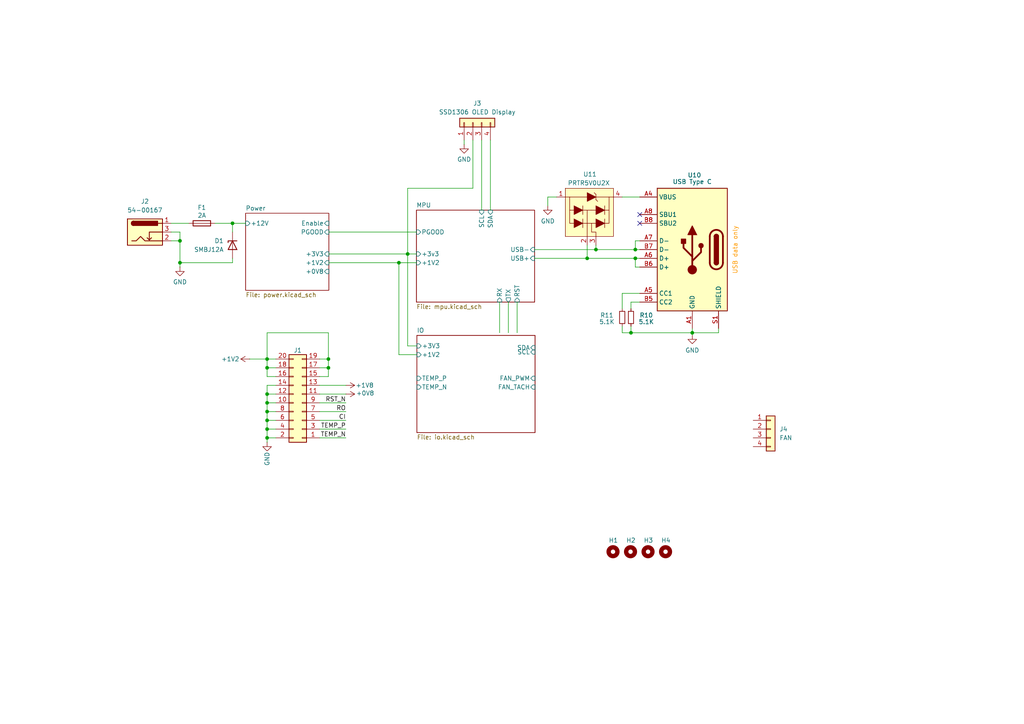
<source format=kicad_sch>
(kicad_sch (version 20231120) (generator "eeschema") (generator_version "8.0")
  (paper "A4")
  (title_block (title "Blockchain Guard") (date "2025-01-03") (rev "1.0.0") (company "Blockchain Guards UG"))
  (lib_symbols
    (symbol "Connector:Barrel_Jack_Switch" (pin_names hide)
      (property "Reference" "J" (at 0 5.334 0))
      (property "Value" "Barrel_Jack_Switch" (at 0 -5.08 0))
      (symbol "Barrel_Jack_Switch_0_1"
        (rectangle (start -5.08 3.81) (end 5.08 -3.81) (stroke (width 0.254)) (fill (type background)))
        (arc (start -3.302 3.175) (mid -3.9343 2.54) (end -3.302 1.905) (stroke (width 0.254)))
        (arc (start -3.302 3.175) (mid -3.9343 2.54) (end -3.302 1.905) (stroke (width 0.254)) (fill (type outline)))
        (polyline (pts (xy 1.27 -2.286) (xy 1.905 -1.651)) (stroke (width 0.254)))
        (polyline (pts (xy 5.08 2.54) (xy 3.81 2.54)) (stroke (width 0.254)))
        (polyline (pts (xy 5.08 0) (xy 1.27 0) (xy 1.27 -2.286) (xy 0.635 -1.651)) (stroke (width 0.254)))
        (polyline (pts (xy -3.81 -2.54) (xy -2.54 -2.54) (xy -1.27 -1.27) (xy 0 -2.54) (xy 2.54 -2.54) (xy 5.08 -2.54)) (stroke (width 0.254)))
        (rectangle (start 3.683 3.175) (end -3.302 1.905) (stroke (width 0.254)) (fill (type outline)))
      )
      (symbol "Barrel_Jack_Switch_1_1"
        (pin power_out line (at 7.62 2.54 180) (length 2.54) (name "~") (number "1"))
        (pin power_out line (at 7.62 -2.54 180) (length 2.54) (name "~") (number "2"))
        (pin passive line (at 7.62 0 180) (length 2.54) (name "~") (number "3"))
      )
    )
    (symbol "Connector_BK:USB_Type_C_USB2.0_Only"
      (property "Reference" "U" (at 0 20.955 0))
      (symbol "USB_Type_C_USB2.0_Only_0_1"
        (rectangle (start -10.16 17.78) (end 10.16 -17.78) (stroke (width 0.254)) (fill (type background)))
        (arc (start -8.89 -3.81) (mid -6.985 -5.7067) (end -5.08 -3.81) (stroke (width 0.508)))
        (arc (start -7.62 -3.81) (mid -6.985 -4.4423) (end -6.35 -3.81) (stroke (width 0.254)))
        (arc (start -7.62 -3.81) (mid -6.985 -4.4423) (end -6.35 -3.81) (stroke (width 0.254)) (fill (type outline)))
        (rectangle (start -7.62 -3.81) (end -6.35 3.81) (stroke (width 0.254)) (fill (type outline)))
        (arc (start -6.35 3.81) (mid -6.985 4.4423) (end -7.62 3.81) (stroke (width 0.254)))
        (arc (start -6.35 3.81) (mid -6.985 4.4423) (end -7.62 3.81) (stroke (width 0.254)) (fill (type outline)))
        (arc (start -5.08 3.81) (mid -6.985 5.7067) (end -8.89 3.81) (stroke (width 0.508)))
        (circle (center -2.54 1.143) (radius 0.635) (stroke (width 0.254)) (fill (type outline)))
        (circle (center 0 -5.842) (radius 1.27) (fill (type outline)))
        (polyline (pts (xy -8.89 -3.81) (xy -8.89 3.81)) (stroke (width 0.508)))
        (polyline (pts (xy -5.08 3.81) (xy -5.08 -3.81)) (stroke (width 0.508)))
        (polyline (pts (xy 0 -5.842) (xy 0 4.318)) (stroke (width 0.508)))
        (polyline (pts (xy 0 -3.302) (xy -2.54 -0.762) (xy -2.54 0.508)) (stroke (width 0.508)))
        (polyline (pts (xy 0 -2.032) (xy 2.54 0.508) (xy 2.54 1.778)) (stroke (width 0.508)))
        (polyline (pts (xy -1.27 4.318) (xy 0 6.858) (xy 1.27 4.318) (xy -1.27 4.318)) (stroke (width 0.254)) (fill (type outline)))
        (rectangle (start 1.905 1.778) (end 3.175 3.048) (stroke (width 0.254)) (fill (type outline)))
      )
      (symbol "USB_Type_C_USB2.0_Only_1_1"
        (pin passive line (at 0 -22.86 90) (length 5.08) (name "GND") (number "A1"))
        (pin passive line (at 0 -22.86 90) (length 5.08) hide (name "GND") (number "A12"))
        (pin passive line (at 15.24 15.24 180) (length 5.08) (name "VBUS") (number "A4"))
        (pin bidirectional line (at 15.24 -12.7 180) (length 5.08) (name "CC1") (number "A5"))
        (pin bidirectional line (at 15.24 -2.54 180) (length 5.08) (name "D+") (number "A6"))
        (pin bidirectional line (at 15.24 2.54 180) (length 5.08) (name "D-") (number "A7"))
        (pin bidirectional line (at 15.24 10.16 180) (length 5.08) (name "SBU1") (number "A8"))
        (pin passive line (at 15.24 15.24 180) (length 5.08) hide (name "VBUS") (number "A9"))
        (pin passive line (at 0 -22.86 90) (length 5.08) hide (name "GND") (number "B1"))
        (pin passive line (at 0 -22.86 90) (length 5.08) hide (name "GND") (number "B12"))
        (pin passive line (at 15.24 15.24 180) (length 5.08) hide (name "VBUS") (number "B4"))
        (pin bidirectional line (at 15.24 -15.24 180) (length 5.08) (name "CC2") (number "B5"))
        (pin bidirectional line (at 15.24 -5.08 180) (length 5.08) (name "D+") (number "B6"))
        (pin bidirectional line (at 15.24 0 180) (length 5.08) (name "D-") (number "B7"))
        (pin bidirectional line (at 15.24 7.62 180) (length 5.08) (name "SBU2") (number "B8"))
        (pin passive line (at 15.24 15.24 180) (length 5.08) hide (name "VBUS") (number "B9"))
        (pin passive line (at -7.62 -22.86 90) (length 5.08) (name "SHIELD") (number "S1"))
      )
    )
    (symbol "Connector_Generic:Conn_01x04" (pin_names (offset 1.016) hide)
      (property "Reference" "J" (at 0 5.08 0))
      (property "Value" "Conn_01x04" (at 0 -7.62 0))
      (symbol "Conn_01x04_1_1"
        (rectangle (start -1.27 -4.953) (end 0 -5.207) (stroke (width 0.1524)))
        (rectangle (start -1.27 -2.413) (end 0 -2.667) (stroke (width 0.1524)))
        (rectangle (start -1.27 0.127) (end 0 -0.127) (stroke (width 0.1524)))
        (rectangle (start -1.27 2.667) (end 0 2.413) (stroke (width 0.1524)))
        (rectangle (start -1.27 3.81) (end 1.27 -6.35) (stroke (width 0.254)) (fill (type background)))
        (pin passive line (at -5.08 2.54 0) (length 3.81) (name "Pin_1") (number "1"))
        (pin passive line (at -5.08 0 0) (length 3.81) (name "Pin_2") (number "2"))
        (pin passive line (at -5.08 -2.54 0) (length 3.81) (name "Pin_3") (number "3"))
        (pin passive line (at -5.08 -5.08 0) (length 3.81) (name "Pin_4") (number "4"))
      )
    )
    (symbol "Connector_Generic:Conn_02x10_Odd_Even" (pin_names (offset 1.016) hide)
      (property "Reference" "J" (at 1.27 12.7 0))
      (property "Value" "Conn_02x10_Odd_Even" (at 1.27 -15.24 0))
      (symbol "Conn_02x10_Odd_Even_1_1"
        (rectangle (start -1.27 -12.573) (end 0 -12.827) (stroke (width 0.1524)))
        (rectangle (start -1.27 -10.033) (end 0 -10.287) (stroke (width 0.1524)))
        (rectangle (start -1.27 -7.493) (end 0 -7.747) (stroke (width 0.1524)))
        (rectangle (start -1.27 -4.953) (end 0 -5.207) (stroke (width 0.1524)))
        (rectangle (start -1.27 -2.413) (end 0 -2.667) (stroke (width 0.1524)))
        (rectangle (start -1.27 0.127) (end 0 -0.127) (stroke (width 0.1524)))
        (rectangle (start -1.27 2.667) (end 0 2.413) (stroke (width 0.1524)))
        (rectangle (start -1.27 5.207) (end 0 4.953) (stroke (width 0.1524)))
        (rectangle (start -1.27 7.747) (end 0 7.493) (stroke (width 0.1524)))
        (rectangle (start -1.27 10.287) (end 0 10.033) (stroke (width 0.1524)))
        (rectangle (start -1.27 11.43) (end 3.81 -13.97) (stroke (width 0.254)) (fill (type background)))
        (rectangle (start 3.81 -12.573) (end 2.54 -12.827) (stroke (width 0.1524)))
        (rectangle (start 3.81 -10.033) (end 2.54 -10.287) (stroke (width 0.1524)))
        (rectangle (start 3.81 -7.493) (end 2.54 -7.747) (stroke (width 0.1524)))
        (rectangle (start 3.81 -4.953) (end 2.54 -5.207) (stroke (width 0.1524)))
        (rectangle (start 3.81 -2.413) (end 2.54 -2.667) (stroke (width 0.1524)))
        (rectangle (start 3.81 0.127) (end 2.54 -0.127) (stroke (width 0.1524)))
        (rectangle (start 3.81 2.667) (end 2.54 2.413) (stroke (width 0.1524)))
        (rectangle (start 3.81 5.207) (end 2.54 4.953) (stroke (width 0.1524)))
        (rectangle (start 3.81 7.747) (end 2.54 7.493) (stroke (width 0.1524)))
        (rectangle (start 3.81 10.287) (end 2.54 10.033) (stroke (width 0.1524)))
        (pin passive line (at -5.08 10.16 0) (length 3.81) (name "Pin_1") (number "1"))
        (pin passive line (at 7.62 0 180) (length 3.81) (name "Pin_10") (number "10"))
        (pin passive line (at -5.08 -2.54 0) (length 3.81) (name "Pin_11") (number "11"))
        (pin passive line (at 7.62 -2.54 180) (length 3.81) (name "Pin_12") (number "12"))
        (pin passive line (at -5.08 -5.08 0) (length 3.81) (name "Pin_13") (number "13"))
        (pin passive line (at 7.62 -5.08 180) (length 3.81) (name "Pin_14") (number "14"))
        (pin passive line (at -5.08 -7.62 0) (length 3.81) (name "Pin_15") (number "15"))
        (pin passive line (at 7.62 -7.62 180) (length 3.81) (name "Pin_16") (number "16"))
        (pin passive line (at -5.08 -10.16 0) (length 3.81) (name "Pin_17") (number "17"))
        (pin passive line (at 7.62 -10.16 180) (length 3.81) (name "Pin_18") (number "18"))
        (pin passive line (at -5.08 -12.7 0) (length 3.81) (name "Pin_19") (number "19"))
        (pin passive line (at 7.62 10.16 180) (length 3.81) (name "Pin_2") (number "2"))
        (pin passive line (at 7.62 -12.7 180) (length 3.81) (name "Pin_20") (number "20"))
        (pin passive line (at -5.08 7.62 0) (length 3.81) (name "Pin_3") (number "3"))
        (pin passive line (at 7.62 7.62 180) (length 3.81) (name "Pin_4") (number "4"))
        (pin passive line (at -5.08 5.08 0) (length 3.81) (name "Pin_5") (number "5"))
        (pin passive line (at 7.62 5.08 180) (length 3.81) (name "Pin_6") (number "6"))
        (pin passive line (at -5.08 2.54 0) (length 3.81) (name "Pin_7") (number "7"))
        (pin passive line (at 7.62 2.54 180) (length 3.81) (name "Pin_8") (number "8"))
        (pin passive line (at -5.08 0 0) (length 3.81) (name "Pin_9") (number "9"))
      )
    )
    (symbol "Device:Fuse" (pin_numbers hide) (pin_names (offset 0))
      (property "Reference" "F" (at 2.032 0 90))
      (property "Value" "Fuse" (at -1.905 0 90))
      (symbol "Fuse_0_1"
        (rectangle (start -0.762 -2.54) (end 0.762 2.54) (stroke (width 0.254)))
        (polyline (pts (xy 0 2.54) (xy 0 -2.54)))
      )
      (symbol "Fuse_1_1"
        (pin passive line (at 0 3.81 270) (length 1.27) (name "~") (number "1"))
        (pin passive line (at 0 -3.81 90) (length 1.27) (name "~") (number "2"))
      )
    )
    (symbol "Device:R_Small" (pin_numbers hide) (pin_names (offset 0.254) hide)
      (property "Reference" "R" (at 0.762 0.508 0))
      (property "Value" "R_Small" (at 0.762 -1.016 0))
      (symbol "R_Small_0_1"
        (rectangle (start -0.762 1.778) (end 0.762 -1.778) (stroke (width 0.2032)))
      )
      (symbol "R_Small_1_1"
        (pin passive line (at 0 2.54 270) (length 0.762) (name "~") (number "1"))
        (pin passive line (at 0 -2.54 90) (length 0.762) (name "~") (number "2"))
      )
    )
    (symbol "Diode:ESD5Zxx" (pin_numbers hide) (pin_names hide)
      (property "Reference" "D" (at 0 2.54 0))
      (property "Value" "ESD5Zxx" (at 0 -2.54 0))
      (symbol "ESD5Zxx_0_1"
        (polyline (pts (xy 1.27 0) (xy -1.27 0)))
        (polyline (pts (xy -1.27 -1.27) (xy -1.27 1.27) (xy -0.762 1.27)) (stroke (width 0.254)))
        (polyline (pts (xy 1.27 -1.27) (xy 1.27 1.27) (xy -1.27 0) (xy 1.27 -1.27)) (stroke (width 0.254)))
      )
      (symbol "ESD5Zxx_1_1"
        (pin passive line (at -3.81 0 0) (length 2.54) (name "K") (number "1"))
        (pin passive line (at 3.81 0 180) (length 2.54) (name "A") (number "2"))
      )
    )
    (symbol "ESD_BK:PRTR5V0U2X"
      (property "Reference" "U" (at 3.81 11.43 0))
      (property "Value" "PRTR5V0U2X" (at 5.08 8.89 0))
      (symbol "PRTR5V0U2X_0_1"
        (rectangle (start -7.62 6.35) (end 6.35 -7.62) (fill (type background)))
        (polyline (pts (xy -5.842 1.27) (xy -6.35 0.762)))
        (polyline (pts (xy -5.842 1.27) (xy -4.318 1.27)))
        (polyline (pts (xy -5.08 -1.27) (xy -5.08 -7.62)))
        (polyline (pts (xy -5.08 1.27) (xy -5.08 5.08)))
        (polyline (pts (xy -2.54 -2.54) (xy 0 -2.54)))
        (polyline (pts (xy -2.54 3.81) (xy 0 3.81)))
        (polyline (pts (xy -1.27 0) (xy -1.27 1.27)))
        (polyline (pts (xy -1.27 3.81) (xy -1.27 5.08)))
        (polyline (pts (xy 1.27 -2.54) (xy 3.81 -2.54)))
        (polyline (pts (xy 1.27 3.81) (xy 3.81 3.81)))
        (polyline (pts (xy 2.54 0) (xy 2.54 -2.54)))
        (polyline (pts (xy 2.54 0) (xy 2.54 1.27)))
        (polyline (pts (xy -4.318 1.27) (xy -3.81 1.778) (xy -4.318 1.27)))
        (polyline (pts (xy 2.54 -5.08) (xy 2.54 -6.35) (xy -1.27 -6.35)))
        (polyline (pts (xy -6.35 -1.27) (xy -5.08 1.27) (xy -3.81 -1.27) (xy -6.35 -1.27)) (fill (type outline)))
        (polyline (pts (xy -2.54 -5.08) (xy -1.27 -2.54) (xy 0 -5.08) (xy -2.54 -5.08)) (fill (type outline)))
        (polyline (pts (xy -2.54 1.27) (xy -1.27 3.81) (xy 0 1.27) (xy -2.54 1.27)) (fill (type outline)))
        (polyline (pts (xy -1.27 -5.08) (xy -1.27 -6.35) (xy -5.08 -6.35) (xy -1.27 -6.35)))
        (polyline (pts (xy 1.27 -5.08) (xy 2.54 -2.54) (xy 3.81 -5.08) (xy 1.27 -5.08)) (fill (type outline)))
        (polyline (pts (xy 1.27 1.27) (xy 2.54 3.81) (xy 3.81 1.27) (xy 1.27 1.27)) (fill (type outline)))
        (polyline (pts (xy 2.54 0) (xy 5.08 0) (xy 5.08 1.27) (xy 6.35 1.27)))
        (polyline (pts (xy 2.54 3.81) (xy 2.54 5.08) (xy -5.08 5.08) (xy -5.08 6.35)))
        (polyline (pts (xy 6.35 -1.27) (xy -1.27 -1.27) (xy -1.27 0) (xy -1.27 -1.27) (xy -1.27 -2.54)))
      )
      (symbol "PRTR5V0U2X_1_1"
        (pin power_in line (at -5.08 -10.16 90) (length 2.54) (name "") (number "1"))
        (pin bidirectional line (at 8.89 -1.27 180) (length 2.54) (name "") (number "2"))
        (pin bidirectional line (at 8.89 1.27 180) (length 2.54) (name "") (number "3"))
        (pin power_in line (at -5.08 8.89 270) (length 2.54) (name "") (number "4"))
      )
    )
    (symbol "Mechanical:MountingHole" (pin_names (offset 1.016)) (exclude_from_sim yes) (in_bom no)
      (property "Reference" "H" (at 0 5.08 0))
      (property "Value" "MountingHole" (at 0 3.175 0))
      (symbol "MountingHole_0_1"
        (circle (center 0 0) (radius 1.27) (stroke (width 1.27)))
      )
    )
    (symbol "power:+1V2" (power) (pin_numbers hide) (pin_names (offset 0) hide)
      (property "Value" "+1V2" (at 0 3.556 0))
      (symbol "+1V2_0_1"
        (polyline (pts (xy -0.762 1.27) (xy 0 2.54)))
        (polyline (pts (xy 0 0) (xy 0 2.54)))
        (polyline (pts (xy 0 2.54) (xy 0.762 1.27)))
      )
      (symbol "+1V2_1_1"
        (pin power_in line (at 0 0 90) (length 0) (name "~") (number "1"))
      )
    )
    (symbol "power:+1V8" (power) (pin_numbers hide) (pin_names (offset 0) hide)
      (property "Value" "+1V8" (at 0 3.556 0))
      (symbol "+1V8_0_1"
        (polyline (pts (xy -0.762 1.27) (xy 0 2.54)))
        (polyline (pts (xy 0 0) (xy 0 2.54)))
        (polyline (pts (xy 0 2.54) (xy 0.762 1.27)))
      )
      (symbol "+1V8_1_1"
        (pin power_in line (at 0 0 90) (length 0) (name "~") (number "1"))
      )
    )
    (symbol "power:GND" (power) (pin_numbers hide) (pin_names (offset 0) hide)
      (property "Value" "GND" (at 0 -3.81 0))
      (symbol "GND_0_1"
        (polyline (pts (xy 0 0) (xy 0 -1.27) (xy 1.27 -1.27) (xy 0 -2.54) (xy -1.27 -1.27) (xy 0 -1.27)))
      )
      (symbol "GND_1_1"
        (pin power_in line (at 0 0 270) (length 0) (name "~") (number "1"))
      )
    )
  )
  (junction (at 184.277 72.39))
  (junction (at 77.47 124.46))
  (junction (at 95.25 104.14))
  (junction (at 172.847 72.39))
  (junction (at 52.197 69.85))
  (junction (at 77.47 116.84))
  (junction (at 77.47 119.38))
  (junction (at 200.787 96.52))
  (junction (at 77.47 104.14))
  (junction (at 118.237 73.66))
  (junction (at 115.697 76.2))
  (junction (at 170.307 74.93))
  (junction (at 77.47 114.3))
  (junction (at 95.25 106.68))
  (junction (at 77.47 121.92))
  (junction (at 77.47 127))
  (junction (at 77.47 106.68))
  (junction (at 52.197 76.2))
  (junction (at 184.277 74.93))
  (junction (at 67.437 64.77))
  (junction (at 183.007 96.52))
  (no_connect (at 185.547 62.23))
  (no_connect (at 185.547 64.77))
  (wire (pts (xy 172.847 71.12) (xy 172.847 72.39)))
  (wire (pts (xy 161.417 57.15) (xy 158.877 57.15)))
  (wire (pts (xy 137.16 54.61) (xy 137.16 40.64)))
  (wire (pts (xy 185.547 74.93) (xy 184.277 74.93)))
  (wire (pts (xy 118.237 73.66) (xy 120.777 73.66)))
  (wire (pts (xy 80.01 104.14) (xy 77.47 104.14)))
  (wire (pts (xy 183.007 89.535) (xy 183.007 87.63)))
  (wire (pts (xy 170.307 74.93) (xy 184.277 74.93)))
  (wire (pts (xy 180.467 89.535) (xy 180.467 85.09)))
  (wire (pts (xy 200.787 96.52) (xy 183.007 96.52)))
  (wire (pts (xy 67.437 74.93) (xy 67.437 76.2)))
  (wire (pts (xy 208.407 95.25) (xy 208.407 96.52)))
  (wire (pts (xy 155.067 72.39) (xy 172.847 72.39)))
  (wire (pts (xy 67.437 64.77) (xy 71.247 64.77)))
  (wire (pts (xy 100.33 119.38) (xy 92.71 119.38)))
  (wire (pts (xy 185.547 69.85) (xy 184.277 69.85)))
  (wire (pts (xy 77.47 128.27) (xy 77.47 127)))
  (wire (pts (xy 134.62 40.64) (xy 134.62 41.91)))
  (wire (pts (xy 92.71 111.76) (xy 100.33 111.76)))
  (wire (pts (xy 95.25 106.68) (xy 95.25 104.14)))
  (wire (pts (xy 92.71 127) (xy 100.33 127)))
  (wire (pts (xy 92.71 106.68) (xy 95.25 106.68)))
  (wire (pts (xy 115.697 76.2) (xy 120.777 76.2)))
  (wire (pts (xy 172.847 72.39) (xy 184.277 72.39)))
  (wire (pts (xy 77.47 119.38) (xy 80.01 119.38)))
  (wire (pts (xy 49.657 69.85) (xy 52.197 69.85)))
  (wire (pts (xy 77.47 119.38) (xy 77.47 116.84)))
  (wire (pts (xy 92.71 121.92) (xy 100.33 121.92)))
  (wire (pts (xy 77.47 114.3) (xy 77.47 111.76)))
  (wire (pts (xy 77.47 127) (xy 77.47 124.46)))
  (wire (pts (xy 95.377 73.66) (xy 118.237 73.66)))
  (wire (pts (xy 95.377 67.31) (xy 120.777 67.31)))
  (wire (pts (xy 120.777 102.87) (xy 115.697 102.87)))
  (wire (pts (xy 77.47 124.46) (xy 80.01 124.46)))
  (wire (pts (xy 180.467 96.52) (xy 180.467 94.615)))
  (wire (pts (xy 183.007 96.52) (xy 180.467 96.52)))
  (wire (pts (xy 77.47 106.68) (xy 77.47 109.22)))
  (wire (pts (xy 92.71 104.14) (xy 95.25 104.14)))
  (wire (pts (xy 118.237 54.61) (xy 137.16 54.61)))
  (wire (pts (xy 77.47 116.84) (xy 77.47 114.3)))
  (wire (pts (xy 144.907 87.63) (xy 144.907 96.52)))
  (wire (pts (xy 77.47 109.22) (xy 80.01 109.22)))
  (wire (pts (xy 158.877 57.15) (xy 158.877 59.69)))
  (wire (pts (xy 77.47 106.68) (xy 80.01 106.68)))
  (wire (pts (xy 115.697 76.2) (xy 115.697 102.87)))
  (wire (pts (xy 120.777 100.33) (xy 118.237 100.33)))
  (wire (pts (xy 67.437 64.77) (xy 67.437 67.31)))
  (wire (pts (xy 52.197 69.85) (xy 52.197 76.2)))
  (wire (pts (xy 77.47 104.14) (xy 77.47 96.52)))
  (wire (pts (xy 77.47 121.92) (xy 77.47 119.38)))
  (wire (pts (xy 72.39 104.14) (xy 77.47 104.14)))
  (wire (pts (xy 92.71 109.22) (xy 95.25 109.22)))
  (wire (pts (xy 139.7 40.64) (xy 139.7 60.96)))
  (wire (pts (xy 77.47 121.92) (xy 80.01 121.92)))
  (wire (pts (xy 170.307 71.12) (xy 170.307 74.93)))
  (wire (pts (xy 52.197 76.2) (xy 67.437 76.2)))
  (wire (pts (xy 77.47 96.52) (xy 95.25 96.52)))
  (wire (pts (xy 180.467 85.09) (xy 185.547 85.09)))
  (wire (pts (xy 77.47 111.76) (xy 80.01 111.76)))
  (wire (pts (xy 77.47 104.14) (xy 77.47 106.68)))
  (wire (pts (xy 147.447 87.63) (xy 147.447 96.52)))
  (wire (pts (xy 155.067 74.93) (xy 170.307 74.93)))
  (wire (pts (xy 92.71 124.46) (xy 100.33 124.46)))
  (wire (pts (xy 200.787 96.52) (xy 200.787 97.155)))
  (wire (pts (xy 118.237 73.66) (xy 118.237 54.61)))
  (wire (pts (xy 184.277 69.85) (xy 184.277 72.39)))
  (wire (pts (xy 185.547 77.47) (xy 184.277 77.47)))
  (wire (pts (xy 49.657 67.31) (xy 52.197 67.31)))
  (wire (pts (xy 49.657 64.77) (xy 54.737 64.77)))
  (wire (pts (xy 52.197 76.2) (xy 52.197 77.47)))
  (wire (pts (xy 183.007 96.52) (xy 183.007 94.615)))
  (wire (pts (xy 118.237 100.33) (xy 118.237 73.66)))
  (wire (pts (xy 77.47 116.84) (xy 80.01 116.84)))
  (wire (pts (xy 183.007 87.63) (xy 185.547 87.63)))
  (wire (pts (xy 92.71 116.84) (xy 100.33 116.84)))
  (wire (pts (xy 142.24 40.64) (xy 142.24 60.96)))
  (wire (pts (xy 77.47 127) (xy 80.01 127)))
  (wire (pts (xy 92.71 114.3) (xy 100.33 114.3)))
  (wire (pts (xy 52.197 67.31) (xy 52.197 69.85)))
  (wire (pts (xy 115.697 76.2) (xy 95.377 76.2)))
  (wire (pts (xy 95.25 109.22) (xy 95.25 106.68)))
  (wire (pts (xy 77.47 124.46) (xy 77.47 121.92)))
  (wire (pts (xy 95.25 96.52) (xy 95.25 104.14)))
  (wire (pts (xy 77.47 114.3) (xy 80.01 114.3)))
  (wire (pts (xy 62.357 64.77) (xy 67.437 64.77)))
  (wire (pts (xy 184.277 74.93) (xy 184.277 77.47)))
  (wire (pts (xy 180.467 57.15) (xy 185.547 57.15)))
  (wire (pts (xy 149.987 87.63) (xy 149.987 96.52)))
  (wire (pts (xy 200.787 95.25) (xy 200.787 96.52)))
  (wire (pts (xy 184.277 72.39) (xy 185.547 72.39)))
  (wire (pts (xy 208.407 96.52) (xy 200.787 96.52)))
  (text "USB data only" (at 213.233 72.644 90) (effects (font (size 1.27 1.27))))
  (label "CI" (at 100.33 121.92 180))
  (label "TEMP_N" (at 100.33 127 180))
  (label "RST_N" (at 100.33 116.84 180))
  (label "RO" (at 100.33 119.38 180))
  (label "TEMP_P" (at 100.33 124.46 180))
  (symbol (lib_id "power:GND") (at 77.47 128.27 0) (unit 1)
    (property "Reference" "#PWR08" (effects (hide yes)))
    (property "Value" "GND" (at 77.47 133.096 90))
    (property "Description" "Power symbol creates a global label with name \"GND\" , ground" (effects (hide yes)))
  )
  (symbol (lib_id "Diode:ESD5Zxx") (at 67.437 71.12 90) (mirror x) (unit 1)
    (property "Reference" "D1" (at 64.897 69.8499 90) (effects (justify left)))
    (property "Value" "SMBJ12A" (at 64.897 72.3899 90) (effects (justify left)))
    (property "Footprint" "Diode_SMD:D_SMB" (effects (hide yes)))
    (property "Datasheet" "https://www.lcsc.com/datasheet/lcsc_datasheet_2401201915_UMW-Youtai-Semiconductor-Co---Ltd--SMBJ12A_C3001973.pdf" (effects (hide yes)))
    (property "LCSC" "C3001973" (effects (hide yes)))
  )
  (symbol (lib_id "Connector_Generic:Conn_01x04") (at 137.16 35.56 90) (unit 1)
    (property "Reference" "J3" (at 138.43 29.972 90))
    (property "Value" "SSD1306 OLED Display" (at 138.43 32.512 90))
    (property "Footprint" "Connector_JST:JST_PH_B4B-PH-K_1x04_P2.00mm_Vertical" (effects (hide yes)))
    (property "Description" "Generic connector, single row, 01x04, script generated (kicad-library-utils/schlib/autogen/connector/)" (effects (hide yes)))
  )
  (symbol (lib_id "Mechanical:MountingHole") (at 182.88 160.02 0) (unit 1) (exclude_from_sim yes) (in_bom no)
    (property "Reference" "H2" (at 181.61 156.718 0) (effects (justify left)))
    (property "Value" "MountingHole" (effects (hide yes)))
    (property "Footprint" "MountingHole:MountingHole_3.2mm_M3" (effects (hide yes)))
    (property "Description" "Mounting Hole without connection" (effects (hide yes)))
  )
  (symbol (lib_id "Mechanical:MountingHole") (at 193.04 160.02 0) (unit 1) (exclude_from_sim yes) (in_bom no)
    (property "Reference" "H4" (at 191.77 156.718 0) (effects (justify left)))
    (property "Value" "MountingHole" (effects (hide yes)))
    (property "Footprint" "MountingHole:MountingHole_3.2mm_M3" (effects (hide yes)))
    (property "Description" "Mounting Hole without connection" (effects (hide yes)))
  )
  (symbol (lib_id "power:GND") (at 134.62 41.91 0) (unit 1)
    (property "Reference" "#PWR06" (effects (hide yes)))
    (property "Value" "GND" (at 134.62 46.228 0))
    (property "Description" "Power symbol creates a global label with name \"GND\" , ground" (effects (hide yes)))
  )
  (symbol (lib_id "power:+1V8") (at 100.33 111.76 270) (unit 1)
    (property "Reference" "#PWR010" (effects (hide yes)))
    (property "Value" "+1V8" (at 103.124 111.76 90) (effects (justify left)))
    (property "Description" "Power symbol creates a global label with name \"+1V8\"" (effects (hide yes)))
  )
  (symbol (lib_id "Connector_BK:USB_Type_C_USB2.0_Only") (at 200.787 72.39 0) (mirror y) (unit 1)
    (property "Reference" "U10" (at 201.422 50.8 0))
    (property "Value" "USB Type C" (at 200.787 52.705 0))
    (property "Footprint" "Connector_USB:USB_C_Receptacle_HRO_TYPE-C-31-M-12" (effects (hide yes)))
    (property "Datasheet" "https://datasheet.lcsc.com/lcsc/2009111434_Shenzhen-Kinghelm-Elec-KH-TYPE-C-16P_C709357.pdf" (effects (hide yes)))
    (property "LCSC" "C709357" (effects (hide yes)))
  )
  (symbol (lib_id "Device:Fuse") (at 58.547 64.77 90) (unit 1)
    (property "Reference" "F1" (at 58.547 60.198 90))
    (property "Value" "2A" (at 58.547 62.484 90))
    (property "Footprint" "Fuse:Fuseholder_Littelfuse_Nano2_154x" (effects (hide yes)))
    (property "Datasheet" "https://www.lcsc.com/datasheet/lcsc_datasheet_2304140030_Littelfuse-0154002-DRT_C206911.pdf" (effects (hide yes)))
    (property "LCSC" "C206911" (effects (hide yes)))
  )
  (symbol (lib_id "power:+1V2") (at 72.39 104.14 90) (mirror x) (unit 1)
    (property "Reference" "#PWR07" (effects (hide yes)))
    (property "Value" "+1V2" (at 66.802 104.14 90))
    (property "Description" "Power symbol creates a global label with name \"+1V2\"" (effects (hide yes)))
  )
  (symbol (lib_id "ESD_BK:PRTR5V0U2X") (at 171.577 62.23 270) (unit 1)
    (property "Reference" "U11" (at 173.101 50.546 90) (effects (justify right)))
    (property "Value" "PRTR5V0U2X" (at 176.911 53.086 90) (effects (justify right)))
    (property "Footprint" "Package_TO_SOT_SMD:SOT-143" (effects (hide yes)))
    (property "Datasheet" "https://datasheet.lcsc.com/lcsc/2108132230_TECH-PUBLIC-PRTR5V0U2X_C2827688.pdf" (effects (hide yes)))
    (property "LCSC" "C2827688" (effects (hide yes)))
    (property "Status" "Checked" (effects (hide yes)))
  )
  (symbol (lib_id "Connector_Generic:Conn_01x04") (at 223.52 124.46 0) (unit 1)
    (property "Reference" "J4" (at 226.06 124.4599 0) (effects (justify left)))
    (property "Value" "FAN" (at 226.06 126.9999 0) (effects (justify left)))
    (property "Footprint" "Connector_JST:JST_PH_B4B-PH-K_1x04_P2.00mm_Vertical" (effects (hide yes)))
    (property "Description" "Generic connector, single row, 01x04, script generated (kicad-library-utils/schlib/autogen/connector/)" (effects (hide yes)))
  )
  (symbol (lib_id "power:+1V8") (at 100.33 114.3 270) (unit 1)
    (property "Reference" "#PWR013" (effects (hide yes)))
    (property "Value" "+0V8" (at 105.918 114.046 90))
    (property "Description" "Power symbol creates a global label with name \"+0V8\"" (effects (hide yes)))
  )
  (symbol (lib_id "Device:R_Small") (at 183.007 92.075 0) (mirror x) (unit 1)
    (property "Reference" "R10" (at 187.452 91.44 0))
    (property "Value" "5.1K" (at 187.452 93.345 0))
    (property "Footprint" "Resistor_SMD:R_0603_1608Metric" (effects (hide yes)))
    (property "Datasheet" "https://datasheet.lcsc.com/lcsc/2206010045_UNI-ROYAL-Uniroyal-Elec-0603WAJ0512T5E_C26000.pdf" (effects (hide yes)))
    (property "LCSC" "C26000" (effects (hide yes)))
  )
  (symbol (lib_id "power:GND") (at 200.787 97.155 0) (mirror y) (unit 1)
    (property "Reference" "#PWR019" (effects (hide yes)))
    (property "Value" "GND" (at 200.787 101.6 0))
  )
  (symbol (lib_id "power:GND") (at 158.877 59.69 0) (mirror y) (unit 1)
    (property "Reference" "#PWR020" (effects (hide yes)))
    (property "Value" "GND" (at 158.877 64.135 0))
  )
  (symbol (lib_id "Connector:Barrel_Jack_Switch") (at 42.037 67.31 0) (unit 1)
    (property "Reference" "J2" (at 42.037 58.42 0))
    (property "Value" "54-00167" (at 42.037 60.96 0))
    (property "Footprint" "Connector_BK:54-00167" (effects (hide yes)))
    (property "Datasheet" "https://tensility.s3.us-west-2.amazonaws.com/uploads/pdffiles/54-00167.pdf" (effects (hide yes)))
    (property "Digikey" "839-54-00167-ND" (effects (hide yes)))
    (property "Power Supply" "https://botland.de/steckernetzteile/13759-schaltnetzteil-12v3a-dc-5525mm-stecker-schwarz-5904422321352.html" (effects (hide yes)))
  )
  (symbol (lib_id "Connector_Generic:Conn_02x10_Odd_Even") (at 87.63 116.84 180) (unit 1)
    (property "Reference" "J1" (at 86.36 101.6 0))
    (property "Value" "Conn_02x10_Odd_Even" (effects (hide yes)))
    (property "Footprint" "Connector_PinHeader_2.54mm:PinHeader_2x10_P2.54mm_Vertical" (effects (hide yes)))
    (property "Description" "Generic connector, double row, 02x10, odd/even pin numbering scheme (row 1 odd numbers, row 2 even numbers), script generated (kicad-library-utils/schlib/autogen/connector/)" (effects (hide yes)))
  )
  (symbol (lib_id "Mechanical:MountingHole") (at 187.96 160.02 0) (unit 1) (exclude_from_sim yes) (in_bom no)
    (property "Reference" "H3" (at 186.69 156.718 0) (effects (justify left)))
    (property "Value" "MountingHole" (effects (hide yes)))
    (property "Footprint" "MountingHole:MountingHole_3.2mm_M3" (effects (hide yes)))
    (property "Description" "Mounting Hole without connection" (effects (hide yes)))
  )
  (symbol (lib_id "power:GND") (at 52.197 77.47 0) (unit 1)
    (property "Reference" "#PWR05" (effects (hide yes)))
    (property "Value" "GND" (at 52.197 81.788 0))
    (property "Description" "Power symbol creates a global label with name \"GND\" , ground" (effects (hide yes)))
  )
  (symbol (lib_id "Mechanical:MountingHole") (at 177.8 160.02 0) (unit 1) (exclude_from_sim yes) (in_bom no)
    (property "Reference" "H1" (at 176.53 156.718 0) (effects (justify left)))
    (property "Value" "MountingHole" (effects (hide yes)))
    (property "Footprint" "MountingHole:MountingHole_3.2mm_M3" (effects (hide yes)))
    (property "Description" "Mounting Hole without connection" (effects (hide yes)))
  )
  (symbol (lib_id "Device:R_Small") (at 180.467 92.075 180) (unit 1)
    (property "Reference" "R11" (at 176.022 91.44 0))
    (property "Value" "5.1K" (at 176.022 93.345 0))
    (property "Footprint" "Resistor_SMD:R_0603_1608Metric" (effects (hide yes)))
    (property "Datasheet" "https://datasheet.lcsc.com/lcsc/2206010045_UNI-ROYAL-Uniroyal-Elec-0603WAJ0512T5E_C26000.pdf" (effects (hide yes)))
    (property "LCSC" "C26000" (effects (hide yes)))
  )
  (sheet (at 71.247 61.849) (size 24.13 22.352) (stroke (width 0.1524))
    (property "Sheetname" "Power" (at 71.247 61.1374 0) (effects (justify left bottom)))
    (property "Sheetfile" "power.kicad_sch" (at 71.247 84.7856 0) (effects (justify left top)))
    (pin "+0V8" input (at 95.377 78.74 0))
    (pin "+3V3" input (at 95.377 73.66 0))
    (pin "+12V" input (at 71.247 64.77 180))
    (pin "+1V2" input (at 95.377 76.2 0))
    (pin "Enable" input (at 95.377 64.77 0))
    (pin "PGOOD" input (at 95.377 67.31 0))
  )
  (sheet (at 120.904 97.282) (size 34.29 28.194) (stroke (width 0.1524))
    (property "Sheetname" "IO" (at 120.904 96.5704 0) (effects (justify left bottom)))
    (property "Sheetfile" "io.kicad_sch" (at 120.904 126.0606 0) (effects (justify left top)))
    (pin "TEMP_P" input (at 120.904 109.728 180))
    (pin "TEMP_N" input (at 120.904 112.268 180))
    (pin "FAN_TACH" input (at 155.194 112.268 0))
    (pin "SDA" input (at 155.194 100.838 0))
    (pin "FAN_PWM" input (at 155.194 109.728 0))
    (pin "SCL" input (at 155.194 102.108 0))
    (pin "+3V3" input (at 120.904 100.33 180))
    (pin "+1V2" input (at 120.904 102.87 180))
  )
  (sheet (at 120.777 60.96) (size 34.29 26.67) (stroke (width 0.1524))
    (property "Sheetname" "MPU" (at 120.777 60.2484 0) (effects (justify left bottom)))
    (property "Sheetfile" "mpu.kicad_sch" (at 120.777 88.2146 0) (effects (justify left top)))
    (pin "+3v3" input (at 120.777 73.66 180))
    (pin "PGOOD" input (at 120.777 67.31 180))
    (pin "SDA" input (at 142.24 60.96 90))
    (pin "SCL" input (at 139.7 60.96 90))
    (pin "RST" input (at 149.987 87.63 270))
    (pin "+1V2" input (at 120.777 76.2 180))
    (pin "USB+" input (at 155.067 74.93 0))
    (pin "USB-" input (at 155.067 72.39 0))
    (pin "TX" output (at 147.447 87.63 270))
    (pin "RX" input (at 144.907 87.63 270))
  )
)
</source>
